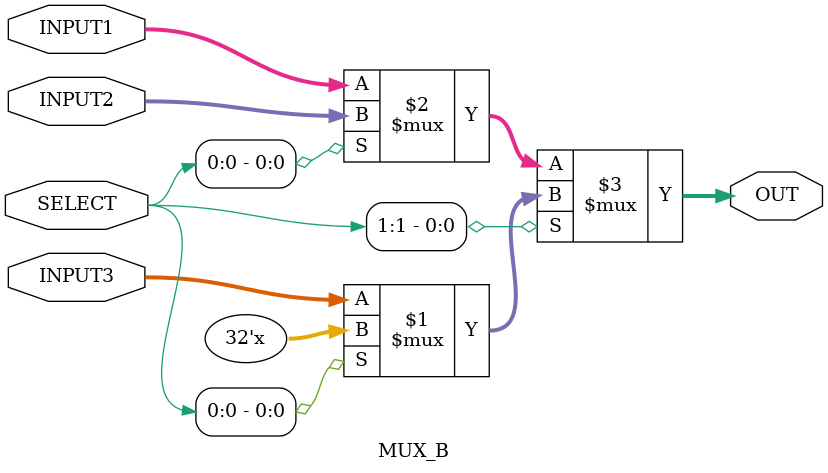
<source format=v>
`timescale 1ns/100ps

module MUX_A(INPUT1, INPUT2, OUT, SELECT);

    input INPUT1, INPUT2, SELECT;
    output OUT;
    
    assign OUT = (SELECT) ? INPUT2:INPUT1; 

endmodule

// mux for the mux3 in datapath
module MUX_B(INPUT1, INPUT2, INPUT3, SELECT, OUT);

    input [31:0] INPUT1, INPUT2, INPUT3;
    input [1:0] SELECT;
    output [31:0] OUT;

    assign OUT = (SELECT[1]) ? (SELECT[0]? 32'bx:INPUT3) : (SELECT[0]? INPUT2:INPUT1) ;

endmodule
</source>
